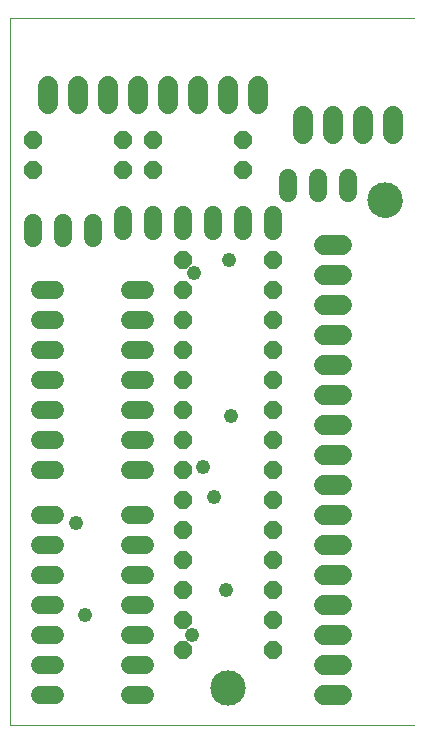
<source format=gbs>
G75*
%MOIN*%
%OFA0B0*%
%FSLAX25Y25*%
%IPPOS*%
%LPD*%
%AMOC8*
5,1,8,0,0,1.08239X$1,22.5*
%
%ADD10C,0.00000*%
%ADD11C,0.11824*%
%ADD12C,0.06000*%
%ADD13OC8,0.06000*%
%ADD14C,0.06800*%
%ADD15C,0.04800*%
D10*
X0001000Y0001000D02*
X0001000Y0236900D01*
X0135700Y0236900D01*
X0120488Y0176000D02*
X0120490Y0176148D01*
X0120496Y0176296D01*
X0120506Y0176444D01*
X0120520Y0176591D01*
X0120538Y0176738D01*
X0120559Y0176884D01*
X0120585Y0177030D01*
X0120615Y0177175D01*
X0120648Y0177319D01*
X0120686Y0177462D01*
X0120727Y0177604D01*
X0120772Y0177745D01*
X0120820Y0177885D01*
X0120873Y0178024D01*
X0120929Y0178161D01*
X0120989Y0178296D01*
X0121052Y0178430D01*
X0121119Y0178562D01*
X0121190Y0178692D01*
X0121264Y0178820D01*
X0121341Y0178946D01*
X0121422Y0179070D01*
X0121506Y0179192D01*
X0121593Y0179311D01*
X0121684Y0179428D01*
X0121778Y0179543D01*
X0121874Y0179655D01*
X0121974Y0179765D01*
X0122076Y0179871D01*
X0122182Y0179975D01*
X0122290Y0180076D01*
X0122401Y0180174D01*
X0122514Y0180270D01*
X0122630Y0180362D01*
X0122748Y0180451D01*
X0122869Y0180536D01*
X0122992Y0180619D01*
X0123117Y0180698D01*
X0123244Y0180774D01*
X0123373Y0180846D01*
X0123504Y0180915D01*
X0123637Y0180980D01*
X0123772Y0181041D01*
X0123908Y0181099D01*
X0124045Y0181154D01*
X0124184Y0181204D01*
X0124325Y0181251D01*
X0124466Y0181294D01*
X0124609Y0181334D01*
X0124753Y0181369D01*
X0124897Y0181401D01*
X0125043Y0181428D01*
X0125189Y0181452D01*
X0125336Y0181472D01*
X0125483Y0181488D01*
X0125630Y0181500D01*
X0125778Y0181508D01*
X0125926Y0181512D01*
X0126074Y0181512D01*
X0126222Y0181508D01*
X0126370Y0181500D01*
X0126517Y0181488D01*
X0126664Y0181472D01*
X0126811Y0181452D01*
X0126957Y0181428D01*
X0127103Y0181401D01*
X0127247Y0181369D01*
X0127391Y0181334D01*
X0127534Y0181294D01*
X0127675Y0181251D01*
X0127816Y0181204D01*
X0127955Y0181154D01*
X0128092Y0181099D01*
X0128228Y0181041D01*
X0128363Y0180980D01*
X0128496Y0180915D01*
X0128627Y0180846D01*
X0128756Y0180774D01*
X0128883Y0180698D01*
X0129008Y0180619D01*
X0129131Y0180536D01*
X0129252Y0180451D01*
X0129370Y0180362D01*
X0129486Y0180270D01*
X0129599Y0180174D01*
X0129710Y0180076D01*
X0129818Y0179975D01*
X0129924Y0179871D01*
X0130026Y0179765D01*
X0130126Y0179655D01*
X0130222Y0179543D01*
X0130316Y0179428D01*
X0130407Y0179311D01*
X0130494Y0179192D01*
X0130578Y0179070D01*
X0130659Y0178946D01*
X0130736Y0178820D01*
X0130810Y0178692D01*
X0130881Y0178562D01*
X0130948Y0178430D01*
X0131011Y0178296D01*
X0131071Y0178161D01*
X0131127Y0178024D01*
X0131180Y0177885D01*
X0131228Y0177745D01*
X0131273Y0177604D01*
X0131314Y0177462D01*
X0131352Y0177319D01*
X0131385Y0177175D01*
X0131415Y0177030D01*
X0131441Y0176884D01*
X0131462Y0176738D01*
X0131480Y0176591D01*
X0131494Y0176444D01*
X0131504Y0176296D01*
X0131510Y0176148D01*
X0131512Y0176000D01*
X0131510Y0175852D01*
X0131504Y0175704D01*
X0131494Y0175556D01*
X0131480Y0175409D01*
X0131462Y0175262D01*
X0131441Y0175116D01*
X0131415Y0174970D01*
X0131385Y0174825D01*
X0131352Y0174681D01*
X0131314Y0174538D01*
X0131273Y0174396D01*
X0131228Y0174255D01*
X0131180Y0174115D01*
X0131127Y0173976D01*
X0131071Y0173839D01*
X0131011Y0173704D01*
X0130948Y0173570D01*
X0130881Y0173438D01*
X0130810Y0173308D01*
X0130736Y0173180D01*
X0130659Y0173054D01*
X0130578Y0172930D01*
X0130494Y0172808D01*
X0130407Y0172689D01*
X0130316Y0172572D01*
X0130222Y0172457D01*
X0130126Y0172345D01*
X0130026Y0172235D01*
X0129924Y0172129D01*
X0129818Y0172025D01*
X0129710Y0171924D01*
X0129599Y0171826D01*
X0129486Y0171730D01*
X0129370Y0171638D01*
X0129252Y0171549D01*
X0129131Y0171464D01*
X0129008Y0171381D01*
X0128883Y0171302D01*
X0128756Y0171226D01*
X0128627Y0171154D01*
X0128496Y0171085D01*
X0128363Y0171020D01*
X0128228Y0170959D01*
X0128092Y0170901D01*
X0127955Y0170846D01*
X0127816Y0170796D01*
X0127675Y0170749D01*
X0127534Y0170706D01*
X0127391Y0170666D01*
X0127247Y0170631D01*
X0127103Y0170599D01*
X0126957Y0170572D01*
X0126811Y0170548D01*
X0126664Y0170528D01*
X0126517Y0170512D01*
X0126370Y0170500D01*
X0126222Y0170492D01*
X0126074Y0170488D01*
X0125926Y0170488D01*
X0125778Y0170492D01*
X0125630Y0170500D01*
X0125483Y0170512D01*
X0125336Y0170528D01*
X0125189Y0170548D01*
X0125043Y0170572D01*
X0124897Y0170599D01*
X0124753Y0170631D01*
X0124609Y0170666D01*
X0124466Y0170706D01*
X0124325Y0170749D01*
X0124184Y0170796D01*
X0124045Y0170846D01*
X0123908Y0170901D01*
X0123772Y0170959D01*
X0123637Y0171020D01*
X0123504Y0171085D01*
X0123373Y0171154D01*
X0123244Y0171226D01*
X0123117Y0171302D01*
X0122992Y0171381D01*
X0122869Y0171464D01*
X0122748Y0171549D01*
X0122630Y0171638D01*
X0122514Y0171730D01*
X0122401Y0171826D01*
X0122290Y0171924D01*
X0122182Y0172025D01*
X0122076Y0172129D01*
X0121974Y0172235D01*
X0121874Y0172345D01*
X0121778Y0172457D01*
X0121684Y0172572D01*
X0121593Y0172689D01*
X0121506Y0172808D01*
X0121422Y0172930D01*
X0121341Y0173054D01*
X0121264Y0173180D01*
X0121190Y0173308D01*
X0121119Y0173438D01*
X0121052Y0173570D01*
X0120989Y0173704D01*
X0120929Y0173839D01*
X0120873Y0173976D01*
X0120820Y0174115D01*
X0120772Y0174255D01*
X0120727Y0174396D01*
X0120686Y0174538D01*
X0120648Y0174681D01*
X0120615Y0174825D01*
X0120585Y0174970D01*
X0120559Y0175116D01*
X0120538Y0175262D01*
X0120520Y0175409D01*
X0120506Y0175556D01*
X0120496Y0175704D01*
X0120490Y0175852D01*
X0120488Y0176000D01*
X0067988Y0013500D02*
X0067990Y0013648D01*
X0067996Y0013796D01*
X0068006Y0013944D01*
X0068020Y0014091D01*
X0068038Y0014238D01*
X0068059Y0014384D01*
X0068085Y0014530D01*
X0068115Y0014675D01*
X0068148Y0014819D01*
X0068186Y0014962D01*
X0068227Y0015104D01*
X0068272Y0015245D01*
X0068320Y0015385D01*
X0068373Y0015524D01*
X0068429Y0015661D01*
X0068489Y0015796D01*
X0068552Y0015930D01*
X0068619Y0016062D01*
X0068690Y0016192D01*
X0068764Y0016320D01*
X0068841Y0016446D01*
X0068922Y0016570D01*
X0069006Y0016692D01*
X0069093Y0016811D01*
X0069184Y0016928D01*
X0069278Y0017043D01*
X0069374Y0017155D01*
X0069474Y0017265D01*
X0069576Y0017371D01*
X0069682Y0017475D01*
X0069790Y0017576D01*
X0069901Y0017674D01*
X0070014Y0017770D01*
X0070130Y0017862D01*
X0070248Y0017951D01*
X0070369Y0018036D01*
X0070492Y0018119D01*
X0070617Y0018198D01*
X0070744Y0018274D01*
X0070873Y0018346D01*
X0071004Y0018415D01*
X0071137Y0018480D01*
X0071272Y0018541D01*
X0071408Y0018599D01*
X0071545Y0018654D01*
X0071684Y0018704D01*
X0071825Y0018751D01*
X0071966Y0018794D01*
X0072109Y0018834D01*
X0072253Y0018869D01*
X0072397Y0018901D01*
X0072543Y0018928D01*
X0072689Y0018952D01*
X0072836Y0018972D01*
X0072983Y0018988D01*
X0073130Y0019000D01*
X0073278Y0019008D01*
X0073426Y0019012D01*
X0073574Y0019012D01*
X0073722Y0019008D01*
X0073870Y0019000D01*
X0074017Y0018988D01*
X0074164Y0018972D01*
X0074311Y0018952D01*
X0074457Y0018928D01*
X0074603Y0018901D01*
X0074747Y0018869D01*
X0074891Y0018834D01*
X0075034Y0018794D01*
X0075175Y0018751D01*
X0075316Y0018704D01*
X0075455Y0018654D01*
X0075592Y0018599D01*
X0075728Y0018541D01*
X0075863Y0018480D01*
X0075996Y0018415D01*
X0076127Y0018346D01*
X0076256Y0018274D01*
X0076383Y0018198D01*
X0076508Y0018119D01*
X0076631Y0018036D01*
X0076752Y0017951D01*
X0076870Y0017862D01*
X0076986Y0017770D01*
X0077099Y0017674D01*
X0077210Y0017576D01*
X0077318Y0017475D01*
X0077424Y0017371D01*
X0077526Y0017265D01*
X0077626Y0017155D01*
X0077722Y0017043D01*
X0077816Y0016928D01*
X0077907Y0016811D01*
X0077994Y0016692D01*
X0078078Y0016570D01*
X0078159Y0016446D01*
X0078236Y0016320D01*
X0078310Y0016192D01*
X0078381Y0016062D01*
X0078448Y0015930D01*
X0078511Y0015796D01*
X0078571Y0015661D01*
X0078627Y0015524D01*
X0078680Y0015385D01*
X0078728Y0015245D01*
X0078773Y0015104D01*
X0078814Y0014962D01*
X0078852Y0014819D01*
X0078885Y0014675D01*
X0078915Y0014530D01*
X0078941Y0014384D01*
X0078962Y0014238D01*
X0078980Y0014091D01*
X0078994Y0013944D01*
X0079004Y0013796D01*
X0079010Y0013648D01*
X0079012Y0013500D01*
X0079010Y0013352D01*
X0079004Y0013204D01*
X0078994Y0013056D01*
X0078980Y0012909D01*
X0078962Y0012762D01*
X0078941Y0012616D01*
X0078915Y0012470D01*
X0078885Y0012325D01*
X0078852Y0012181D01*
X0078814Y0012038D01*
X0078773Y0011896D01*
X0078728Y0011755D01*
X0078680Y0011615D01*
X0078627Y0011476D01*
X0078571Y0011339D01*
X0078511Y0011204D01*
X0078448Y0011070D01*
X0078381Y0010938D01*
X0078310Y0010808D01*
X0078236Y0010680D01*
X0078159Y0010554D01*
X0078078Y0010430D01*
X0077994Y0010308D01*
X0077907Y0010189D01*
X0077816Y0010072D01*
X0077722Y0009957D01*
X0077626Y0009845D01*
X0077526Y0009735D01*
X0077424Y0009629D01*
X0077318Y0009525D01*
X0077210Y0009424D01*
X0077099Y0009326D01*
X0076986Y0009230D01*
X0076870Y0009138D01*
X0076752Y0009049D01*
X0076631Y0008964D01*
X0076508Y0008881D01*
X0076383Y0008802D01*
X0076256Y0008726D01*
X0076127Y0008654D01*
X0075996Y0008585D01*
X0075863Y0008520D01*
X0075728Y0008459D01*
X0075592Y0008401D01*
X0075455Y0008346D01*
X0075316Y0008296D01*
X0075175Y0008249D01*
X0075034Y0008206D01*
X0074891Y0008166D01*
X0074747Y0008131D01*
X0074603Y0008099D01*
X0074457Y0008072D01*
X0074311Y0008048D01*
X0074164Y0008028D01*
X0074017Y0008012D01*
X0073870Y0008000D01*
X0073722Y0007992D01*
X0073574Y0007988D01*
X0073426Y0007988D01*
X0073278Y0007992D01*
X0073130Y0008000D01*
X0072983Y0008012D01*
X0072836Y0008028D01*
X0072689Y0008048D01*
X0072543Y0008072D01*
X0072397Y0008099D01*
X0072253Y0008131D01*
X0072109Y0008166D01*
X0071966Y0008206D01*
X0071825Y0008249D01*
X0071684Y0008296D01*
X0071545Y0008346D01*
X0071408Y0008401D01*
X0071272Y0008459D01*
X0071137Y0008520D01*
X0071004Y0008585D01*
X0070873Y0008654D01*
X0070744Y0008726D01*
X0070617Y0008802D01*
X0070492Y0008881D01*
X0070369Y0008964D01*
X0070248Y0009049D01*
X0070130Y0009138D01*
X0070014Y0009230D01*
X0069901Y0009326D01*
X0069790Y0009424D01*
X0069682Y0009525D01*
X0069576Y0009629D01*
X0069474Y0009735D01*
X0069374Y0009845D01*
X0069278Y0009957D01*
X0069184Y0010072D01*
X0069093Y0010189D01*
X0069006Y0010308D01*
X0068922Y0010430D01*
X0068841Y0010554D01*
X0068764Y0010680D01*
X0068690Y0010808D01*
X0068619Y0010938D01*
X0068552Y0011070D01*
X0068489Y0011204D01*
X0068429Y0011339D01*
X0068373Y0011476D01*
X0068320Y0011615D01*
X0068272Y0011755D01*
X0068227Y0011896D01*
X0068186Y0012038D01*
X0068148Y0012181D01*
X0068115Y0012325D01*
X0068085Y0012470D01*
X0068059Y0012616D01*
X0068038Y0012762D01*
X0068020Y0012909D01*
X0068006Y0013056D01*
X0067996Y0013204D01*
X0067990Y0013352D01*
X0067988Y0013500D01*
X0001000Y0001000D02*
X0135700Y0001000D01*
D11*
X0073500Y0013500D03*
X0126000Y0176000D03*
D12*
X0113500Y0178400D02*
X0113500Y0183600D01*
X0103500Y0183600D02*
X0103500Y0178400D01*
X0093500Y0178400D02*
X0093500Y0183600D01*
X0088500Y0171100D02*
X0088500Y0165900D01*
X0078500Y0165900D02*
X0078500Y0171100D01*
X0068500Y0171100D02*
X0068500Y0165900D01*
X0058500Y0165900D02*
X0058500Y0171100D01*
X0048500Y0171100D02*
X0048500Y0165900D01*
X0038500Y0165900D02*
X0038500Y0171100D01*
X0028500Y0168600D02*
X0028500Y0163400D01*
X0018500Y0163400D02*
X0018500Y0168600D01*
X0008500Y0168600D02*
X0008500Y0163400D01*
X0010900Y0146000D02*
X0016100Y0146000D01*
X0016100Y0136000D02*
X0010900Y0136000D01*
X0010900Y0126000D02*
X0016100Y0126000D01*
X0016100Y0116000D02*
X0010900Y0116000D01*
X0010900Y0106000D02*
X0016100Y0106000D01*
X0016100Y0096000D02*
X0010900Y0096000D01*
X0010900Y0086000D02*
X0016100Y0086000D01*
X0016100Y0071000D02*
X0010900Y0071000D01*
X0010900Y0061000D02*
X0016100Y0061000D01*
X0016100Y0051000D02*
X0010900Y0051000D01*
X0010900Y0041000D02*
X0016100Y0041000D01*
X0016100Y0031000D02*
X0010900Y0031000D01*
X0010900Y0021000D02*
X0016100Y0021000D01*
X0016100Y0011000D02*
X0010900Y0011000D01*
X0040900Y0011000D02*
X0046100Y0011000D01*
X0046100Y0021000D02*
X0040900Y0021000D01*
X0040900Y0031000D02*
X0046100Y0031000D01*
X0046100Y0041000D02*
X0040900Y0041000D01*
X0040900Y0051000D02*
X0046100Y0051000D01*
X0046100Y0061000D02*
X0040900Y0061000D01*
X0040900Y0071000D02*
X0046100Y0071000D01*
X0046100Y0086000D02*
X0040900Y0086000D01*
X0040900Y0096000D02*
X0046100Y0096000D01*
X0046100Y0106000D02*
X0040900Y0106000D01*
X0040900Y0116000D02*
X0046100Y0116000D01*
X0046100Y0126000D02*
X0040900Y0126000D01*
X0040900Y0136000D02*
X0046100Y0136000D01*
X0046100Y0146000D02*
X0040900Y0146000D01*
D13*
X0058500Y0146000D03*
X0058500Y0136000D03*
X0058500Y0126000D03*
X0058500Y0116000D03*
X0058500Y0106000D03*
X0058500Y0096000D03*
X0058500Y0086000D03*
X0058500Y0076000D03*
X0058500Y0066000D03*
X0058500Y0056000D03*
X0058500Y0046000D03*
X0058500Y0036000D03*
X0058500Y0026000D03*
X0088500Y0026000D03*
X0088500Y0036000D03*
X0088500Y0046000D03*
X0088500Y0056000D03*
X0088500Y0066000D03*
X0088500Y0076000D03*
X0088500Y0086000D03*
X0088500Y0096000D03*
X0088500Y0106000D03*
X0088500Y0116000D03*
X0088500Y0126000D03*
X0088500Y0136000D03*
X0088500Y0146000D03*
X0088500Y0156000D03*
X0078500Y0186000D03*
X0078500Y0196000D03*
X0058500Y0156000D03*
X0048500Y0186000D03*
X0048500Y0196000D03*
X0038500Y0196000D03*
X0038500Y0186000D03*
X0008500Y0186000D03*
X0008500Y0196000D03*
D14*
X0013500Y0208000D02*
X0013500Y0214000D01*
X0023500Y0214000D02*
X0023500Y0208000D01*
X0033500Y0208000D02*
X0033500Y0214000D01*
X0043500Y0214000D02*
X0043500Y0208000D01*
X0053500Y0208000D02*
X0053500Y0214000D01*
X0063500Y0214000D02*
X0063500Y0208000D01*
X0073500Y0208000D02*
X0073500Y0214000D01*
X0083500Y0214000D02*
X0083500Y0208000D01*
X0098500Y0204000D02*
X0098500Y0198000D01*
X0108500Y0198000D02*
X0108500Y0204000D01*
X0118500Y0204000D02*
X0118500Y0198000D01*
X0128500Y0198000D02*
X0128500Y0204000D01*
X0111500Y0161000D02*
X0105500Y0161000D01*
X0105500Y0151000D02*
X0111500Y0151000D01*
X0111500Y0141000D02*
X0105500Y0141000D01*
X0105500Y0131000D02*
X0111500Y0131000D01*
X0111500Y0121000D02*
X0105500Y0121000D01*
X0105500Y0111000D02*
X0111500Y0111000D01*
X0111500Y0101000D02*
X0105500Y0101000D01*
X0105500Y0091000D02*
X0111500Y0091000D01*
X0111500Y0081000D02*
X0105500Y0081000D01*
X0105500Y0071000D02*
X0111500Y0071000D01*
X0111500Y0061000D02*
X0105500Y0061000D01*
X0105500Y0051000D02*
X0111500Y0051000D01*
X0111500Y0041000D02*
X0105500Y0041000D01*
X0105500Y0031000D02*
X0111500Y0031000D01*
X0111500Y0021000D02*
X0105500Y0021000D01*
X0105500Y0011000D02*
X0111500Y0011000D01*
D15*
X0072875Y0046000D03*
X0061625Y0031000D03*
X0069125Y0077250D03*
X0065375Y0087250D03*
X0074750Y0104125D03*
X0062250Y0151625D03*
X0074125Y0156000D03*
X0022875Y0068500D03*
X0026000Y0037875D03*
M02*

</source>
